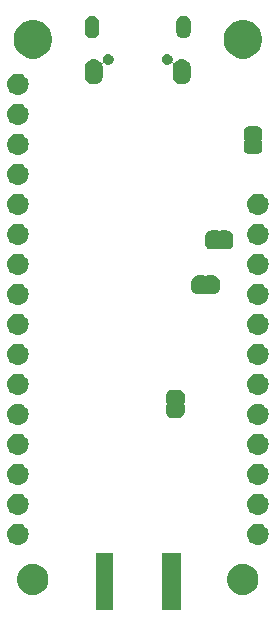
<source format=gbs>
G04 #@! TF.GenerationSoftware,KiCad,Pcbnew,(5.0.1-3-g963ef8bb5)*
G04 #@! TF.CreationDate,2019-02-28T22:02:17+01:00*
G04 #@! TF.ProjectId,TLM-breakout-v1,544C4D2D627265616B6F75742D76312E,1.0*
G04 #@! TF.SameCoordinates,Original*
G04 #@! TF.FileFunction,Soldermask,Bot*
G04 #@! TF.FilePolarity,Negative*
%FSLAX46Y46*%
G04 Gerber Fmt 4.6, Leading zero omitted, Abs format (unit mm)*
G04 Created by KiCad (PCBNEW (5.0.1-3-g963ef8bb5)) date 2019 February 28, Thursday 22:02:17*
%MOMM*%
%LPD*%
G01*
G04 APERTURE LIST*
%ADD10C,0.100000*%
G04 APERTURE END LIST*
D10*
G36*
X139516000Y-119391000D02*
X137914000Y-119391000D01*
X137914000Y-114589000D01*
X139516000Y-114589000D01*
X139516000Y-119391000D01*
X139516000Y-119391000D01*
G37*
G36*
X133791000Y-119391000D02*
X132339000Y-119391000D01*
X132339000Y-114589000D01*
X133791000Y-114589000D01*
X133791000Y-119391000D01*
X133791000Y-119391000D01*
G37*
G36*
X127300250Y-115548843D02*
X127385322Y-115565765D01*
X127455735Y-115594931D01*
X127625728Y-115665344D01*
X127842092Y-115809914D01*
X128026086Y-115993908D01*
X128170656Y-116210272D01*
X128270235Y-116450679D01*
X128321000Y-116705891D01*
X128321000Y-116966109D01*
X128270235Y-117221321D01*
X128170656Y-117461728D01*
X128026086Y-117678092D01*
X127842092Y-117862086D01*
X127625728Y-118006656D01*
X127455735Y-118077069D01*
X127385322Y-118106235D01*
X127300250Y-118123157D01*
X127130109Y-118157000D01*
X126869891Y-118157000D01*
X126699750Y-118123157D01*
X126614678Y-118106235D01*
X126544265Y-118077069D01*
X126374272Y-118006656D01*
X126157908Y-117862086D01*
X125973914Y-117678092D01*
X125829344Y-117461728D01*
X125729765Y-117221321D01*
X125679000Y-116966109D01*
X125679000Y-116705891D01*
X125729765Y-116450679D01*
X125829344Y-116210272D01*
X125973914Y-115993908D01*
X126157908Y-115809914D01*
X126374272Y-115665344D01*
X126544265Y-115594931D01*
X126614678Y-115565765D01*
X126699750Y-115548843D01*
X126869891Y-115515000D01*
X127130109Y-115515000D01*
X127300250Y-115548843D01*
X127300250Y-115548843D01*
G37*
G36*
X145080250Y-115548843D02*
X145165322Y-115565765D01*
X145235735Y-115594931D01*
X145405728Y-115665344D01*
X145622092Y-115809914D01*
X145806086Y-115993908D01*
X145950656Y-116210272D01*
X146050235Y-116450679D01*
X146101000Y-116705891D01*
X146101000Y-116966109D01*
X146050235Y-117221321D01*
X145950656Y-117461728D01*
X145806086Y-117678092D01*
X145622092Y-117862086D01*
X145405728Y-118006656D01*
X145235735Y-118077069D01*
X145165322Y-118106235D01*
X145080250Y-118123157D01*
X144910109Y-118157000D01*
X144649891Y-118157000D01*
X144479750Y-118123157D01*
X144394678Y-118106235D01*
X144324265Y-118077069D01*
X144154272Y-118006656D01*
X143937908Y-117862086D01*
X143753914Y-117678092D01*
X143609344Y-117461728D01*
X143509765Y-117221321D01*
X143459000Y-116966109D01*
X143459000Y-116705891D01*
X143509765Y-116450679D01*
X143609344Y-116210272D01*
X143753914Y-115993908D01*
X143937908Y-115809914D01*
X144154272Y-115665344D01*
X144324265Y-115594931D01*
X144394678Y-115565765D01*
X144479750Y-115548843D01*
X144649891Y-115515000D01*
X144910109Y-115515000D01*
X145080250Y-115548843D01*
X145080250Y-115548843D01*
G37*
G36*
X146160443Y-112131519D02*
X146226627Y-112138037D01*
X146339853Y-112172384D01*
X146396467Y-112189557D01*
X146535087Y-112263652D01*
X146552991Y-112273222D01*
X146588729Y-112302552D01*
X146690186Y-112385814D01*
X146773448Y-112487271D01*
X146802778Y-112523009D01*
X146802779Y-112523011D01*
X146886443Y-112679533D01*
X146886443Y-112679534D01*
X146937963Y-112849373D01*
X146955359Y-113026000D01*
X146937963Y-113202627D01*
X146903616Y-113315853D01*
X146886443Y-113372467D01*
X146812348Y-113511087D01*
X146802778Y-113528991D01*
X146773448Y-113564729D01*
X146690186Y-113666186D01*
X146588729Y-113749448D01*
X146552991Y-113778778D01*
X146552989Y-113778779D01*
X146396467Y-113862443D01*
X146339853Y-113879616D01*
X146226627Y-113913963D01*
X146160443Y-113920481D01*
X146094260Y-113927000D01*
X146005740Y-113927000D01*
X145939557Y-113920481D01*
X145873373Y-113913963D01*
X145760147Y-113879616D01*
X145703533Y-113862443D01*
X145547011Y-113778779D01*
X145547009Y-113778778D01*
X145511271Y-113749448D01*
X145409814Y-113666186D01*
X145326552Y-113564729D01*
X145297222Y-113528991D01*
X145287652Y-113511087D01*
X145213557Y-113372467D01*
X145196384Y-113315853D01*
X145162037Y-113202627D01*
X145144641Y-113026000D01*
X145162037Y-112849373D01*
X145213557Y-112679534D01*
X145213557Y-112679533D01*
X145297221Y-112523011D01*
X145297222Y-112523009D01*
X145326552Y-112487271D01*
X145409814Y-112385814D01*
X145511271Y-112302552D01*
X145547009Y-112273222D01*
X145564913Y-112263652D01*
X145703533Y-112189557D01*
X145760147Y-112172384D01*
X145873373Y-112138037D01*
X145939557Y-112131519D01*
X146005740Y-112125000D01*
X146094260Y-112125000D01*
X146160443Y-112131519D01*
X146160443Y-112131519D01*
G37*
G36*
X125840443Y-112131519D02*
X125906627Y-112138037D01*
X126019853Y-112172384D01*
X126076467Y-112189557D01*
X126215087Y-112263652D01*
X126232991Y-112273222D01*
X126268729Y-112302552D01*
X126370186Y-112385814D01*
X126453448Y-112487271D01*
X126482778Y-112523009D01*
X126482779Y-112523011D01*
X126566443Y-112679533D01*
X126566443Y-112679534D01*
X126617963Y-112849373D01*
X126635359Y-113026000D01*
X126617963Y-113202627D01*
X126583616Y-113315853D01*
X126566443Y-113372467D01*
X126492348Y-113511087D01*
X126482778Y-113528991D01*
X126453448Y-113564729D01*
X126370186Y-113666186D01*
X126268729Y-113749448D01*
X126232991Y-113778778D01*
X126232989Y-113778779D01*
X126076467Y-113862443D01*
X126019853Y-113879616D01*
X125906627Y-113913963D01*
X125840443Y-113920481D01*
X125774260Y-113927000D01*
X125685740Y-113927000D01*
X125619557Y-113920481D01*
X125553373Y-113913963D01*
X125440147Y-113879616D01*
X125383533Y-113862443D01*
X125227011Y-113778779D01*
X125227009Y-113778778D01*
X125191271Y-113749448D01*
X125089814Y-113666186D01*
X125006552Y-113564729D01*
X124977222Y-113528991D01*
X124967652Y-113511087D01*
X124893557Y-113372467D01*
X124876384Y-113315853D01*
X124842037Y-113202627D01*
X124824641Y-113026000D01*
X124842037Y-112849373D01*
X124893557Y-112679534D01*
X124893557Y-112679533D01*
X124977221Y-112523011D01*
X124977222Y-112523009D01*
X125006552Y-112487271D01*
X125089814Y-112385814D01*
X125191271Y-112302552D01*
X125227009Y-112273222D01*
X125244913Y-112263652D01*
X125383533Y-112189557D01*
X125440147Y-112172384D01*
X125553373Y-112138037D01*
X125619557Y-112131519D01*
X125685740Y-112125000D01*
X125774260Y-112125000D01*
X125840443Y-112131519D01*
X125840443Y-112131519D01*
G37*
G36*
X146160442Y-109591518D02*
X146226627Y-109598037D01*
X146339853Y-109632384D01*
X146396467Y-109649557D01*
X146535087Y-109723652D01*
X146552991Y-109733222D01*
X146588729Y-109762552D01*
X146690186Y-109845814D01*
X146773448Y-109947271D01*
X146802778Y-109983009D01*
X146802779Y-109983011D01*
X146886443Y-110139533D01*
X146886443Y-110139534D01*
X146937963Y-110309373D01*
X146955359Y-110486000D01*
X146937963Y-110662627D01*
X146903616Y-110775853D01*
X146886443Y-110832467D01*
X146812348Y-110971087D01*
X146802778Y-110988991D01*
X146773448Y-111024729D01*
X146690186Y-111126186D01*
X146588729Y-111209448D01*
X146552991Y-111238778D01*
X146552989Y-111238779D01*
X146396467Y-111322443D01*
X146339853Y-111339616D01*
X146226627Y-111373963D01*
X146160443Y-111380481D01*
X146094260Y-111387000D01*
X146005740Y-111387000D01*
X145939557Y-111380481D01*
X145873373Y-111373963D01*
X145760147Y-111339616D01*
X145703533Y-111322443D01*
X145547011Y-111238779D01*
X145547009Y-111238778D01*
X145511271Y-111209448D01*
X145409814Y-111126186D01*
X145326552Y-111024729D01*
X145297222Y-110988991D01*
X145287652Y-110971087D01*
X145213557Y-110832467D01*
X145196384Y-110775853D01*
X145162037Y-110662627D01*
X145144641Y-110486000D01*
X145162037Y-110309373D01*
X145213557Y-110139534D01*
X145213557Y-110139533D01*
X145297221Y-109983011D01*
X145297222Y-109983009D01*
X145326552Y-109947271D01*
X145409814Y-109845814D01*
X145511271Y-109762552D01*
X145547009Y-109733222D01*
X145564913Y-109723652D01*
X145703533Y-109649557D01*
X145760147Y-109632384D01*
X145873373Y-109598037D01*
X145939558Y-109591518D01*
X146005740Y-109585000D01*
X146094260Y-109585000D01*
X146160442Y-109591518D01*
X146160442Y-109591518D01*
G37*
G36*
X125840442Y-109591518D02*
X125906627Y-109598037D01*
X126019853Y-109632384D01*
X126076467Y-109649557D01*
X126215087Y-109723652D01*
X126232991Y-109733222D01*
X126268729Y-109762552D01*
X126370186Y-109845814D01*
X126453448Y-109947271D01*
X126482778Y-109983009D01*
X126482779Y-109983011D01*
X126566443Y-110139533D01*
X126566443Y-110139534D01*
X126617963Y-110309373D01*
X126635359Y-110486000D01*
X126617963Y-110662627D01*
X126583616Y-110775853D01*
X126566443Y-110832467D01*
X126492348Y-110971087D01*
X126482778Y-110988991D01*
X126453448Y-111024729D01*
X126370186Y-111126186D01*
X126268729Y-111209448D01*
X126232991Y-111238778D01*
X126232989Y-111238779D01*
X126076467Y-111322443D01*
X126019853Y-111339616D01*
X125906627Y-111373963D01*
X125840443Y-111380481D01*
X125774260Y-111387000D01*
X125685740Y-111387000D01*
X125619557Y-111380481D01*
X125553373Y-111373963D01*
X125440147Y-111339616D01*
X125383533Y-111322443D01*
X125227011Y-111238779D01*
X125227009Y-111238778D01*
X125191271Y-111209448D01*
X125089814Y-111126186D01*
X125006552Y-111024729D01*
X124977222Y-110988991D01*
X124967652Y-110971087D01*
X124893557Y-110832467D01*
X124876384Y-110775853D01*
X124842037Y-110662627D01*
X124824641Y-110486000D01*
X124842037Y-110309373D01*
X124893557Y-110139534D01*
X124893557Y-110139533D01*
X124977221Y-109983011D01*
X124977222Y-109983009D01*
X125006552Y-109947271D01*
X125089814Y-109845814D01*
X125191271Y-109762552D01*
X125227009Y-109733222D01*
X125244913Y-109723652D01*
X125383533Y-109649557D01*
X125440147Y-109632384D01*
X125553373Y-109598037D01*
X125619558Y-109591518D01*
X125685740Y-109585000D01*
X125774260Y-109585000D01*
X125840442Y-109591518D01*
X125840442Y-109591518D01*
G37*
G36*
X146160443Y-107051519D02*
X146226627Y-107058037D01*
X146339853Y-107092384D01*
X146396467Y-107109557D01*
X146535087Y-107183652D01*
X146552991Y-107193222D01*
X146588729Y-107222552D01*
X146690186Y-107305814D01*
X146773448Y-107407271D01*
X146802778Y-107443009D01*
X146802779Y-107443011D01*
X146886443Y-107599533D01*
X146886443Y-107599534D01*
X146937963Y-107769373D01*
X146955359Y-107946000D01*
X146937963Y-108122627D01*
X146903616Y-108235853D01*
X146886443Y-108292467D01*
X146812348Y-108431087D01*
X146802778Y-108448991D01*
X146773448Y-108484729D01*
X146690186Y-108586186D01*
X146588729Y-108669448D01*
X146552991Y-108698778D01*
X146552989Y-108698779D01*
X146396467Y-108782443D01*
X146339853Y-108799616D01*
X146226627Y-108833963D01*
X146160443Y-108840481D01*
X146094260Y-108847000D01*
X146005740Y-108847000D01*
X145939557Y-108840481D01*
X145873373Y-108833963D01*
X145760147Y-108799616D01*
X145703533Y-108782443D01*
X145547011Y-108698779D01*
X145547009Y-108698778D01*
X145511271Y-108669448D01*
X145409814Y-108586186D01*
X145326552Y-108484729D01*
X145297222Y-108448991D01*
X145287652Y-108431087D01*
X145213557Y-108292467D01*
X145196384Y-108235853D01*
X145162037Y-108122627D01*
X145144641Y-107946000D01*
X145162037Y-107769373D01*
X145213557Y-107599534D01*
X145213557Y-107599533D01*
X145297221Y-107443011D01*
X145297222Y-107443009D01*
X145326552Y-107407271D01*
X145409814Y-107305814D01*
X145511271Y-107222552D01*
X145547009Y-107193222D01*
X145564913Y-107183652D01*
X145703533Y-107109557D01*
X145760147Y-107092384D01*
X145873373Y-107058037D01*
X145939557Y-107051519D01*
X146005740Y-107045000D01*
X146094260Y-107045000D01*
X146160443Y-107051519D01*
X146160443Y-107051519D01*
G37*
G36*
X125840443Y-107051519D02*
X125906627Y-107058037D01*
X126019853Y-107092384D01*
X126076467Y-107109557D01*
X126215087Y-107183652D01*
X126232991Y-107193222D01*
X126268729Y-107222552D01*
X126370186Y-107305814D01*
X126453448Y-107407271D01*
X126482778Y-107443009D01*
X126482779Y-107443011D01*
X126566443Y-107599533D01*
X126566443Y-107599534D01*
X126617963Y-107769373D01*
X126635359Y-107946000D01*
X126617963Y-108122627D01*
X126583616Y-108235853D01*
X126566443Y-108292467D01*
X126492348Y-108431087D01*
X126482778Y-108448991D01*
X126453448Y-108484729D01*
X126370186Y-108586186D01*
X126268729Y-108669448D01*
X126232991Y-108698778D01*
X126232989Y-108698779D01*
X126076467Y-108782443D01*
X126019853Y-108799616D01*
X125906627Y-108833963D01*
X125840443Y-108840481D01*
X125774260Y-108847000D01*
X125685740Y-108847000D01*
X125619557Y-108840481D01*
X125553373Y-108833963D01*
X125440147Y-108799616D01*
X125383533Y-108782443D01*
X125227011Y-108698779D01*
X125227009Y-108698778D01*
X125191271Y-108669448D01*
X125089814Y-108586186D01*
X125006552Y-108484729D01*
X124977222Y-108448991D01*
X124967652Y-108431087D01*
X124893557Y-108292467D01*
X124876384Y-108235853D01*
X124842037Y-108122627D01*
X124824641Y-107946000D01*
X124842037Y-107769373D01*
X124893557Y-107599534D01*
X124893557Y-107599533D01*
X124977221Y-107443011D01*
X124977222Y-107443009D01*
X125006552Y-107407271D01*
X125089814Y-107305814D01*
X125191271Y-107222552D01*
X125227009Y-107193222D01*
X125244913Y-107183652D01*
X125383533Y-107109557D01*
X125440147Y-107092384D01*
X125553373Y-107058037D01*
X125619557Y-107051519D01*
X125685740Y-107045000D01*
X125774260Y-107045000D01*
X125840443Y-107051519D01*
X125840443Y-107051519D01*
G37*
G36*
X146160443Y-104511519D02*
X146226627Y-104518037D01*
X146339853Y-104552384D01*
X146396467Y-104569557D01*
X146535087Y-104643652D01*
X146552991Y-104653222D01*
X146588729Y-104682552D01*
X146690186Y-104765814D01*
X146773448Y-104867271D01*
X146802778Y-104903009D01*
X146802779Y-104903011D01*
X146886443Y-105059533D01*
X146886443Y-105059534D01*
X146937963Y-105229373D01*
X146955359Y-105406000D01*
X146937963Y-105582627D01*
X146903616Y-105695853D01*
X146886443Y-105752467D01*
X146812348Y-105891087D01*
X146802778Y-105908991D01*
X146773448Y-105944729D01*
X146690186Y-106046186D01*
X146588729Y-106129448D01*
X146552991Y-106158778D01*
X146552989Y-106158779D01*
X146396467Y-106242443D01*
X146339853Y-106259616D01*
X146226627Y-106293963D01*
X146160442Y-106300482D01*
X146094260Y-106307000D01*
X146005740Y-106307000D01*
X145939558Y-106300482D01*
X145873373Y-106293963D01*
X145760147Y-106259616D01*
X145703533Y-106242443D01*
X145547011Y-106158779D01*
X145547009Y-106158778D01*
X145511271Y-106129448D01*
X145409814Y-106046186D01*
X145326552Y-105944729D01*
X145297222Y-105908991D01*
X145287652Y-105891087D01*
X145213557Y-105752467D01*
X145196384Y-105695853D01*
X145162037Y-105582627D01*
X145144641Y-105406000D01*
X145162037Y-105229373D01*
X145213557Y-105059534D01*
X145213557Y-105059533D01*
X145297221Y-104903011D01*
X145297222Y-104903009D01*
X145326552Y-104867271D01*
X145409814Y-104765814D01*
X145511271Y-104682552D01*
X145547009Y-104653222D01*
X145564913Y-104643652D01*
X145703533Y-104569557D01*
X145760147Y-104552384D01*
X145873373Y-104518037D01*
X145939558Y-104511518D01*
X146005740Y-104505000D01*
X146094260Y-104505000D01*
X146160443Y-104511519D01*
X146160443Y-104511519D01*
G37*
G36*
X125840443Y-104511519D02*
X125906627Y-104518037D01*
X126019853Y-104552384D01*
X126076467Y-104569557D01*
X126215087Y-104643652D01*
X126232991Y-104653222D01*
X126268729Y-104682552D01*
X126370186Y-104765814D01*
X126453448Y-104867271D01*
X126482778Y-104903009D01*
X126482779Y-104903011D01*
X126566443Y-105059533D01*
X126566443Y-105059534D01*
X126617963Y-105229373D01*
X126635359Y-105406000D01*
X126617963Y-105582627D01*
X126583616Y-105695853D01*
X126566443Y-105752467D01*
X126492348Y-105891087D01*
X126482778Y-105908991D01*
X126453448Y-105944729D01*
X126370186Y-106046186D01*
X126268729Y-106129448D01*
X126232991Y-106158778D01*
X126232989Y-106158779D01*
X126076467Y-106242443D01*
X126019853Y-106259616D01*
X125906627Y-106293963D01*
X125840442Y-106300482D01*
X125774260Y-106307000D01*
X125685740Y-106307000D01*
X125619558Y-106300482D01*
X125553373Y-106293963D01*
X125440147Y-106259616D01*
X125383533Y-106242443D01*
X125227011Y-106158779D01*
X125227009Y-106158778D01*
X125191271Y-106129448D01*
X125089814Y-106046186D01*
X125006552Y-105944729D01*
X124977222Y-105908991D01*
X124967652Y-105891087D01*
X124893557Y-105752467D01*
X124876384Y-105695853D01*
X124842037Y-105582627D01*
X124824641Y-105406000D01*
X124842037Y-105229373D01*
X124893557Y-105059534D01*
X124893557Y-105059533D01*
X124977221Y-104903011D01*
X124977222Y-104903009D01*
X125006552Y-104867271D01*
X125089814Y-104765814D01*
X125191271Y-104682552D01*
X125227009Y-104653222D01*
X125244913Y-104643652D01*
X125383533Y-104569557D01*
X125440147Y-104552384D01*
X125553373Y-104518037D01*
X125619558Y-104511518D01*
X125685740Y-104505000D01*
X125774260Y-104505000D01*
X125840443Y-104511519D01*
X125840443Y-104511519D01*
G37*
G36*
X125840442Y-101971518D02*
X125906627Y-101978037D01*
X126019853Y-102012384D01*
X126076467Y-102029557D01*
X126158778Y-102073554D01*
X126232991Y-102113222D01*
X126268729Y-102142552D01*
X126370186Y-102225814D01*
X126453448Y-102327271D01*
X126482778Y-102363009D01*
X126482779Y-102363011D01*
X126566443Y-102519533D01*
X126566443Y-102519534D01*
X126617963Y-102689373D01*
X126635359Y-102866000D01*
X126617963Y-103042627D01*
X126600357Y-103100665D01*
X126566443Y-103212467D01*
X126492348Y-103351087D01*
X126482778Y-103368991D01*
X126453448Y-103404729D01*
X126370186Y-103506186D01*
X126268729Y-103589448D01*
X126232991Y-103618778D01*
X126232989Y-103618779D01*
X126076467Y-103702443D01*
X126019853Y-103719616D01*
X125906627Y-103753963D01*
X125840443Y-103760481D01*
X125774260Y-103767000D01*
X125685740Y-103767000D01*
X125619557Y-103760481D01*
X125553373Y-103753963D01*
X125440147Y-103719616D01*
X125383533Y-103702443D01*
X125227011Y-103618779D01*
X125227009Y-103618778D01*
X125191271Y-103589448D01*
X125089814Y-103506186D01*
X125006552Y-103404729D01*
X124977222Y-103368991D01*
X124967652Y-103351087D01*
X124893557Y-103212467D01*
X124859643Y-103100665D01*
X124842037Y-103042627D01*
X124824641Y-102866000D01*
X124842037Y-102689373D01*
X124893557Y-102519534D01*
X124893557Y-102519533D01*
X124977221Y-102363011D01*
X124977222Y-102363009D01*
X125006552Y-102327271D01*
X125089814Y-102225814D01*
X125191271Y-102142552D01*
X125227009Y-102113222D01*
X125301222Y-102073554D01*
X125383533Y-102029557D01*
X125440147Y-102012384D01*
X125553373Y-101978037D01*
X125619558Y-101971518D01*
X125685740Y-101965000D01*
X125774260Y-101965000D01*
X125840442Y-101971518D01*
X125840442Y-101971518D01*
G37*
G36*
X146160442Y-101971518D02*
X146226627Y-101978037D01*
X146339853Y-102012384D01*
X146396467Y-102029557D01*
X146478778Y-102073554D01*
X146552991Y-102113222D01*
X146588729Y-102142552D01*
X146690186Y-102225814D01*
X146773448Y-102327271D01*
X146802778Y-102363009D01*
X146802779Y-102363011D01*
X146886443Y-102519533D01*
X146886443Y-102519534D01*
X146937963Y-102689373D01*
X146955359Y-102866000D01*
X146937963Y-103042627D01*
X146920357Y-103100665D01*
X146886443Y-103212467D01*
X146812348Y-103351087D01*
X146802778Y-103368991D01*
X146773448Y-103404729D01*
X146690186Y-103506186D01*
X146588729Y-103589448D01*
X146552991Y-103618778D01*
X146552989Y-103618779D01*
X146396467Y-103702443D01*
X146339853Y-103719616D01*
X146226627Y-103753963D01*
X146160443Y-103760481D01*
X146094260Y-103767000D01*
X146005740Y-103767000D01*
X145939557Y-103760481D01*
X145873373Y-103753963D01*
X145760147Y-103719616D01*
X145703533Y-103702443D01*
X145547011Y-103618779D01*
X145547009Y-103618778D01*
X145511271Y-103589448D01*
X145409814Y-103506186D01*
X145326552Y-103404729D01*
X145297222Y-103368991D01*
X145287652Y-103351087D01*
X145213557Y-103212467D01*
X145179643Y-103100665D01*
X145162037Y-103042627D01*
X145144641Y-102866000D01*
X145162037Y-102689373D01*
X145213557Y-102519534D01*
X145213557Y-102519533D01*
X145297221Y-102363011D01*
X145297222Y-102363009D01*
X145326552Y-102327271D01*
X145409814Y-102225814D01*
X145511271Y-102142552D01*
X145547009Y-102113222D01*
X145621222Y-102073554D01*
X145703533Y-102029557D01*
X145760147Y-102012384D01*
X145873373Y-101978037D01*
X145939558Y-101971518D01*
X146005740Y-101965000D01*
X146094260Y-101965000D01*
X146160442Y-101971518D01*
X146160442Y-101971518D01*
G37*
G36*
X139322198Y-100769954D02*
X139334450Y-100770556D01*
X139352869Y-100770556D01*
X139375149Y-100772750D01*
X139459236Y-100789476D01*
X139480655Y-100795974D01*
X139559871Y-100828785D01*
X139579607Y-100839335D01*
X139650897Y-100886969D01*
X139668208Y-100901176D01*
X139728824Y-100961792D01*
X139743031Y-100979103D01*
X139790665Y-101050393D01*
X139801215Y-101070129D01*
X139834026Y-101149345D01*
X139840524Y-101170764D01*
X139857250Y-101254851D01*
X139859444Y-101277131D01*
X139859444Y-101295550D01*
X139860046Y-101307802D01*
X139861852Y-101326140D01*
X139861852Y-101813860D01*
X139860263Y-101829999D01*
X139857347Y-101839611D01*
X139852612Y-101848469D01*
X139846237Y-101856237D01*
X139833798Y-101866446D01*
X139823432Y-101873372D01*
X139806105Y-101890698D01*
X139792490Y-101911073D01*
X139783112Y-101933711D01*
X139778331Y-101957745D01*
X139778331Y-101982249D01*
X139783111Y-102006283D01*
X139792487Y-102028922D01*
X139806101Y-102049297D01*
X139823427Y-102066624D01*
X139833796Y-102073552D01*
X139846237Y-102083763D01*
X139852612Y-102091531D01*
X139857347Y-102100389D01*
X139860263Y-102110001D01*
X139861852Y-102126140D01*
X139861852Y-102613861D01*
X139860046Y-102632198D01*
X139859444Y-102644450D01*
X139859444Y-102662869D01*
X139857250Y-102685149D01*
X139840524Y-102769236D01*
X139834026Y-102790655D01*
X139801215Y-102869871D01*
X139790665Y-102889607D01*
X139743031Y-102960897D01*
X139728824Y-102978208D01*
X139668208Y-103038824D01*
X139650897Y-103053031D01*
X139579607Y-103100665D01*
X139559871Y-103111215D01*
X139480655Y-103144026D01*
X139459236Y-103150524D01*
X139375149Y-103167250D01*
X139352869Y-103169444D01*
X139334450Y-103169444D01*
X139322198Y-103170046D01*
X139303861Y-103171852D01*
X138816139Y-103171852D01*
X138797802Y-103170046D01*
X138785550Y-103169444D01*
X138767131Y-103169444D01*
X138744851Y-103167250D01*
X138660764Y-103150524D01*
X138639345Y-103144026D01*
X138560129Y-103111215D01*
X138540393Y-103100665D01*
X138469103Y-103053031D01*
X138451792Y-103038824D01*
X138391176Y-102978208D01*
X138376969Y-102960897D01*
X138329335Y-102889607D01*
X138318785Y-102869871D01*
X138285974Y-102790655D01*
X138279476Y-102769236D01*
X138262750Y-102685149D01*
X138260556Y-102662869D01*
X138260556Y-102644450D01*
X138259954Y-102632198D01*
X138258148Y-102613861D01*
X138258148Y-102126140D01*
X138259737Y-102110001D01*
X138262653Y-102100389D01*
X138267388Y-102091531D01*
X138273763Y-102083763D01*
X138286202Y-102073554D01*
X138296568Y-102066628D01*
X138313895Y-102049302D01*
X138327510Y-102028927D01*
X138336888Y-102006289D01*
X138341669Y-101982255D01*
X138341669Y-101957751D01*
X138336889Y-101933717D01*
X138327513Y-101911078D01*
X138313899Y-101890703D01*
X138296573Y-101873376D01*
X138286204Y-101866448D01*
X138273763Y-101856237D01*
X138267388Y-101848469D01*
X138262653Y-101839611D01*
X138259737Y-101829999D01*
X138258148Y-101813860D01*
X138258148Y-101326140D01*
X138259954Y-101307802D01*
X138260556Y-101295550D01*
X138260556Y-101277131D01*
X138262750Y-101254851D01*
X138279476Y-101170764D01*
X138285974Y-101149345D01*
X138318785Y-101070129D01*
X138329335Y-101050393D01*
X138376969Y-100979103D01*
X138391176Y-100961792D01*
X138451792Y-100901176D01*
X138469103Y-100886969D01*
X138540393Y-100839335D01*
X138560129Y-100828785D01*
X138639345Y-100795974D01*
X138660764Y-100789476D01*
X138744851Y-100772750D01*
X138767131Y-100770556D01*
X138785550Y-100770556D01*
X138797802Y-100769954D01*
X138816140Y-100768148D01*
X139303860Y-100768148D01*
X139322198Y-100769954D01*
X139322198Y-100769954D01*
G37*
G36*
X125840443Y-99431519D02*
X125906627Y-99438037D01*
X126019853Y-99472384D01*
X126076467Y-99489557D01*
X126215087Y-99563652D01*
X126232991Y-99573222D01*
X126268729Y-99602552D01*
X126370186Y-99685814D01*
X126453448Y-99787271D01*
X126482778Y-99823009D01*
X126482779Y-99823011D01*
X126566443Y-99979533D01*
X126566443Y-99979534D01*
X126617963Y-100149373D01*
X126635359Y-100326000D01*
X126617963Y-100502627D01*
X126583616Y-100615853D01*
X126566443Y-100672467D01*
X126513689Y-100771161D01*
X126482778Y-100828991D01*
X126453448Y-100864729D01*
X126370186Y-100966186D01*
X126268729Y-101049448D01*
X126232991Y-101078778D01*
X126232989Y-101078779D01*
X126076467Y-101162443D01*
X126019853Y-101179616D01*
X125906627Y-101213963D01*
X125840443Y-101220481D01*
X125774260Y-101227000D01*
X125685740Y-101227000D01*
X125619557Y-101220481D01*
X125553373Y-101213963D01*
X125440147Y-101179616D01*
X125383533Y-101162443D01*
X125227011Y-101078779D01*
X125227009Y-101078778D01*
X125191271Y-101049448D01*
X125089814Y-100966186D01*
X125006552Y-100864729D01*
X124977222Y-100828991D01*
X124946311Y-100771161D01*
X124893557Y-100672467D01*
X124876384Y-100615853D01*
X124842037Y-100502627D01*
X124824641Y-100326000D01*
X124842037Y-100149373D01*
X124893557Y-99979534D01*
X124893557Y-99979533D01*
X124977221Y-99823011D01*
X124977222Y-99823009D01*
X125006552Y-99787271D01*
X125089814Y-99685814D01*
X125191271Y-99602552D01*
X125227009Y-99573222D01*
X125244913Y-99563652D01*
X125383533Y-99489557D01*
X125440147Y-99472384D01*
X125553373Y-99438037D01*
X125619558Y-99431518D01*
X125685740Y-99425000D01*
X125774260Y-99425000D01*
X125840443Y-99431519D01*
X125840443Y-99431519D01*
G37*
G36*
X146160443Y-99431519D02*
X146226627Y-99438037D01*
X146339853Y-99472384D01*
X146396467Y-99489557D01*
X146535087Y-99563652D01*
X146552991Y-99573222D01*
X146588729Y-99602552D01*
X146690186Y-99685814D01*
X146773448Y-99787271D01*
X146802778Y-99823009D01*
X146802779Y-99823011D01*
X146886443Y-99979533D01*
X146886443Y-99979534D01*
X146937963Y-100149373D01*
X146955359Y-100326000D01*
X146937963Y-100502627D01*
X146903616Y-100615853D01*
X146886443Y-100672467D01*
X146833689Y-100771161D01*
X146802778Y-100828991D01*
X146773448Y-100864729D01*
X146690186Y-100966186D01*
X146588729Y-101049448D01*
X146552991Y-101078778D01*
X146552989Y-101078779D01*
X146396467Y-101162443D01*
X146339853Y-101179616D01*
X146226627Y-101213963D01*
X146160443Y-101220481D01*
X146094260Y-101227000D01*
X146005740Y-101227000D01*
X145939557Y-101220481D01*
X145873373Y-101213963D01*
X145760147Y-101179616D01*
X145703533Y-101162443D01*
X145547011Y-101078779D01*
X145547009Y-101078778D01*
X145511271Y-101049448D01*
X145409814Y-100966186D01*
X145326552Y-100864729D01*
X145297222Y-100828991D01*
X145266311Y-100771161D01*
X145213557Y-100672467D01*
X145196384Y-100615853D01*
X145162037Y-100502627D01*
X145144641Y-100326000D01*
X145162037Y-100149373D01*
X145213557Y-99979534D01*
X145213557Y-99979533D01*
X145297221Y-99823011D01*
X145297222Y-99823009D01*
X145326552Y-99787271D01*
X145409814Y-99685814D01*
X145511271Y-99602552D01*
X145547009Y-99573222D01*
X145564913Y-99563652D01*
X145703533Y-99489557D01*
X145760147Y-99472384D01*
X145873373Y-99438037D01*
X145939558Y-99431518D01*
X146005740Y-99425000D01*
X146094260Y-99425000D01*
X146160443Y-99431519D01*
X146160443Y-99431519D01*
G37*
G36*
X125840442Y-96891518D02*
X125906627Y-96898037D01*
X126019853Y-96932384D01*
X126076467Y-96949557D01*
X126215087Y-97023652D01*
X126232991Y-97033222D01*
X126268729Y-97062552D01*
X126370186Y-97145814D01*
X126453448Y-97247271D01*
X126482778Y-97283009D01*
X126482779Y-97283011D01*
X126566443Y-97439533D01*
X126566443Y-97439534D01*
X126617963Y-97609373D01*
X126635359Y-97786000D01*
X126617963Y-97962627D01*
X126583616Y-98075853D01*
X126566443Y-98132467D01*
X126492348Y-98271087D01*
X126482778Y-98288991D01*
X126453448Y-98324729D01*
X126370186Y-98426186D01*
X126268729Y-98509448D01*
X126232991Y-98538778D01*
X126232989Y-98538779D01*
X126076467Y-98622443D01*
X126019853Y-98639616D01*
X125906627Y-98673963D01*
X125840442Y-98680482D01*
X125774260Y-98687000D01*
X125685740Y-98687000D01*
X125619558Y-98680482D01*
X125553373Y-98673963D01*
X125440147Y-98639616D01*
X125383533Y-98622443D01*
X125227011Y-98538779D01*
X125227009Y-98538778D01*
X125191271Y-98509448D01*
X125089814Y-98426186D01*
X125006552Y-98324729D01*
X124977222Y-98288991D01*
X124967652Y-98271087D01*
X124893557Y-98132467D01*
X124876384Y-98075853D01*
X124842037Y-97962627D01*
X124824641Y-97786000D01*
X124842037Y-97609373D01*
X124893557Y-97439534D01*
X124893557Y-97439533D01*
X124977221Y-97283011D01*
X124977222Y-97283009D01*
X125006552Y-97247271D01*
X125089814Y-97145814D01*
X125191271Y-97062552D01*
X125227009Y-97033222D01*
X125244913Y-97023652D01*
X125383533Y-96949557D01*
X125440147Y-96932384D01*
X125553373Y-96898037D01*
X125619558Y-96891518D01*
X125685740Y-96885000D01*
X125774260Y-96885000D01*
X125840442Y-96891518D01*
X125840442Y-96891518D01*
G37*
G36*
X146160442Y-96891518D02*
X146226627Y-96898037D01*
X146339853Y-96932384D01*
X146396467Y-96949557D01*
X146535087Y-97023652D01*
X146552991Y-97033222D01*
X146588729Y-97062552D01*
X146690186Y-97145814D01*
X146773448Y-97247271D01*
X146802778Y-97283009D01*
X146802779Y-97283011D01*
X146886443Y-97439533D01*
X146886443Y-97439534D01*
X146937963Y-97609373D01*
X146955359Y-97786000D01*
X146937963Y-97962627D01*
X146903616Y-98075853D01*
X146886443Y-98132467D01*
X146812348Y-98271087D01*
X146802778Y-98288991D01*
X146773448Y-98324729D01*
X146690186Y-98426186D01*
X146588729Y-98509448D01*
X146552991Y-98538778D01*
X146552989Y-98538779D01*
X146396467Y-98622443D01*
X146339853Y-98639616D01*
X146226627Y-98673963D01*
X146160442Y-98680482D01*
X146094260Y-98687000D01*
X146005740Y-98687000D01*
X145939558Y-98680482D01*
X145873373Y-98673963D01*
X145760147Y-98639616D01*
X145703533Y-98622443D01*
X145547011Y-98538779D01*
X145547009Y-98538778D01*
X145511271Y-98509448D01*
X145409814Y-98426186D01*
X145326552Y-98324729D01*
X145297222Y-98288991D01*
X145287652Y-98271087D01*
X145213557Y-98132467D01*
X145196384Y-98075853D01*
X145162037Y-97962627D01*
X145144641Y-97786000D01*
X145162037Y-97609373D01*
X145213557Y-97439534D01*
X145213557Y-97439533D01*
X145297221Y-97283011D01*
X145297222Y-97283009D01*
X145326552Y-97247271D01*
X145409814Y-97145814D01*
X145511271Y-97062552D01*
X145547009Y-97033222D01*
X145564913Y-97023652D01*
X145703533Y-96949557D01*
X145760147Y-96932384D01*
X145873373Y-96898037D01*
X145939558Y-96891518D01*
X146005740Y-96885000D01*
X146094260Y-96885000D01*
X146160442Y-96891518D01*
X146160442Y-96891518D01*
G37*
G36*
X146160443Y-94351519D02*
X146226627Y-94358037D01*
X146339853Y-94392384D01*
X146396467Y-94409557D01*
X146535087Y-94483652D01*
X146552991Y-94493222D01*
X146588729Y-94522552D01*
X146690186Y-94605814D01*
X146773448Y-94707271D01*
X146802778Y-94743009D01*
X146802779Y-94743011D01*
X146886443Y-94899533D01*
X146886443Y-94899534D01*
X146937963Y-95069373D01*
X146955359Y-95246000D01*
X146937963Y-95422627D01*
X146903616Y-95535853D01*
X146886443Y-95592467D01*
X146812348Y-95731087D01*
X146802778Y-95748991D01*
X146773448Y-95784729D01*
X146690186Y-95886186D01*
X146588729Y-95969448D01*
X146552991Y-95998778D01*
X146552989Y-95998779D01*
X146396467Y-96082443D01*
X146339853Y-96099616D01*
X146226627Y-96133963D01*
X146160442Y-96140482D01*
X146094260Y-96147000D01*
X146005740Y-96147000D01*
X145939558Y-96140482D01*
X145873373Y-96133963D01*
X145760147Y-96099616D01*
X145703533Y-96082443D01*
X145547011Y-95998779D01*
X145547009Y-95998778D01*
X145511271Y-95969448D01*
X145409814Y-95886186D01*
X145326552Y-95784729D01*
X145297222Y-95748991D01*
X145287652Y-95731087D01*
X145213557Y-95592467D01*
X145196384Y-95535853D01*
X145162037Y-95422627D01*
X145144641Y-95246000D01*
X145162037Y-95069373D01*
X145213557Y-94899534D01*
X145213557Y-94899533D01*
X145297221Y-94743011D01*
X145297222Y-94743009D01*
X145326552Y-94707271D01*
X145409814Y-94605814D01*
X145511271Y-94522552D01*
X145547009Y-94493222D01*
X145564913Y-94483652D01*
X145703533Y-94409557D01*
X145760147Y-94392384D01*
X145873373Y-94358037D01*
X145939557Y-94351519D01*
X146005740Y-94345000D01*
X146094260Y-94345000D01*
X146160443Y-94351519D01*
X146160443Y-94351519D01*
G37*
G36*
X125840443Y-94351519D02*
X125906627Y-94358037D01*
X126019853Y-94392384D01*
X126076467Y-94409557D01*
X126215087Y-94483652D01*
X126232991Y-94493222D01*
X126268729Y-94522552D01*
X126370186Y-94605814D01*
X126453448Y-94707271D01*
X126482778Y-94743009D01*
X126482779Y-94743011D01*
X126566443Y-94899533D01*
X126566443Y-94899534D01*
X126617963Y-95069373D01*
X126635359Y-95246000D01*
X126617963Y-95422627D01*
X126583616Y-95535853D01*
X126566443Y-95592467D01*
X126492348Y-95731087D01*
X126482778Y-95748991D01*
X126453448Y-95784729D01*
X126370186Y-95886186D01*
X126268729Y-95969448D01*
X126232991Y-95998778D01*
X126232989Y-95998779D01*
X126076467Y-96082443D01*
X126019853Y-96099616D01*
X125906627Y-96133963D01*
X125840442Y-96140482D01*
X125774260Y-96147000D01*
X125685740Y-96147000D01*
X125619558Y-96140482D01*
X125553373Y-96133963D01*
X125440147Y-96099616D01*
X125383533Y-96082443D01*
X125227011Y-95998779D01*
X125227009Y-95998778D01*
X125191271Y-95969448D01*
X125089814Y-95886186D01*
X125006552Y-95784729D01*
X124977222Y-95748991D01*
X124967652Y-95731087D01*
X124893557Y-95592467D01*
X124876384Y-95535853D01*
X124842037Y-95422627D01*
X124824641Y-95246000D01*
X124842037Y-95069373D01*
X124893557Y-94899534D01*
X124893557Y-94899533D01*
X124977221Y-94743011D01*
X124977222Y-94743009D01*
X125006552Y-94707271D01*
X125089814Y-94605814D01*
X125191271Y-94522552D01*
X125227009Y-94493222D01*
X125244913Y-94483652D01*
X125383533Y-94409557D01*
X125440147Y-94392384D01*
X125553373Y-94358037D01*
X125619557Y-94351519D01*
X125685740Y-94345000D01*
X125774260Y-94345000D01*
X125840443Y-94351519D01*
X125840443Y-94351519D01*
G37*
G36*
X125840442Y-91811518D02*
X125906627Y-91818037D01*
X126019853Y-91852384D01*
X126076467Y-91869557D01*
X126215087Y-91943652D01*
X126232991Y-91953222D01*
X126268729Y-91982552D01*
X126370186Y-92065814D01*
X126447480Y-92159998D01*
X126482778Y-92203009D01*
X126482779Y-92203011D01*
X126566443Y-92359533D01*
X126566443Y-92359534D01*
X126617963Y-92529373D01*
X126635359Y-92706000D01*
X126617963Y-92882627D01*
X126583616Y-92995853D01*
X126566443Y-93052467D01*
X126492348Y-93191087D01*
X126482778Y-93208991D01*
X126453448Y-93244729D01*
X126370186Y-93346186D01*
X126268729Y-93429448D01*
X126232991Y-93458778D01*
X126232989Y-93458779D01*
X126076467Y-93542443D01*
X126019853Y-93559616D01*
X125906627Y-93593963D01*
X125840442Y-93600482D01*
X125774260Y-93607000D01*
X125685740Y-93607000D01*
X125619557Y-93600481D01*
X125553373Y-93593963D01*
X125440147Y-93559616D01*
X125383533Y-93542443D01*
X125227011Y-93458779D01*
X125227009Y-93458778D01*
X125191271Y-93429448D01*
X125089814Y-93346186D01*
X125006552Y-93244729D01*
X124977222Y-93208991D01*
X124967652Y-93191087D01*
X124893557Y-93052467D01*
X124876384Y-92995853D01*
X124842037Y-92882627D01*
X124824641Y-92706000D01*
X124842037Y-92529373D01*
X124893557Y-92359534D01*
X124893557Y-92359533D01*
X124977221Y-92203011D01*
X124977222Y-92203009D01*
X125012520Y-92159998D01*
X125089814Y-92065814D01*
X125191271Y-91982552D01*
X125227009Y-91953222D01*
X125244913Y-91943652D01*
X125383533Y-91869557D01*
X125440147Y-91852384D01*
X125553373Y-91818037D01*
X125619558Y-91811518D01*
X125685740Y-91805000D01*
X125774260Y-91805000D01*
X125840442Y-91811518D01*
X125840442Y-91811518D01*
G37*
G36*
X146160442Y-91811518D02*
X146226627Y-91818037D01*
X146339853Y-91852384D01*
X146396467Y-91869557D01*
X146535087Y-91943652D01*
X146552991Y-91953222D01*
X146588729Y-91982552D01*
X146690186Y-92065814D01*
X146767480Y-92159998D01*
X146802778Y-92203009D01*
X146802779Y-92203011D01*
X146886443Y-92359533D01*
X146886443Y-92359534D01*
X146937963Y-92529373D01*
X146955359Y-92706000D01*
X146937963Y-92882627D01*
X146903616Y-92995853D01*
X146886443Y-93052467D01*
X146812348Y-93191087D01*
X146802778Y-93208991D01*
X146773448Y-93244729D01*
X146690186Y-93346186D01*
X146588729Y-93429448D01*
X146552991Y-93458778D01*
X146552989Y-93458779D01*
X146396467Y-93542443D01*
X146339853Y-93559616D01*
X146226627Y-93593963D01*
X146160442Y-93600482D01*
X146094260Y-93607000D01*
X146005740Y-93607000D01*
X145939557Y-93600481D01*
X145873373Y-93593963D01*
X145760147Y-93559616D01*
X145703533Y-93542443D01*
X145547011Y-93458779D01*
X145547009Y-93458778D01*
X145511271Y-93429448D01*
X145409814Y-93346186D01*
X145326552Y-93244729D01*
X145297222Y-93208991D01*
X145287652Y-93191087D01*
X145213557Y-93052467D01*
X145196384Y-92995853D01*
X145162037Y-92882627D01*
X145144641Y-92706000D01*
X145162037Y-92529373D01*
X145213557Y-92359534D01*
X145213557Y-92359533D01*
X145297221Y-92203011D01*
X145297222Y-92203009D01*
X145332520Y-92159998D01*
X145409814Y-92065814D01*
X145511271Y-91982552D01*
X145547009Y-91953222D01*
X145564913Y-91943652D01*
X145703533Y-91869557D01*
X145760147Y-91852384D01*
X145873373Y-91818037D01*
X145939557Y-91811519D01*
X146005740Y-91805000D01*
X146094260Y-91805000D01*
X146160442Y-91811518D01*
X146160442Y-91811518D01*
G37*
G36*
X141484999Y-91099737D02*
X141494611Y-91102653D01*
X141503469Y-91107388D01*
X141511237Y-91113763D01*
X141521446Y-91126202D01*
X141528372Y-91136568D01*
X141545698Y-91153895D01*
X141566073Y-91167510D01*
X141588711Y-91176888D01*
X141612745Y-91181669D01*
X141637249Y-91181669D01*
X141661283Y-91176889D01*
X141683922Y-91167513D01*
X141704297Y-91153899D01*
X141721624Y-91136573D01*
X141728552Y-91126204D01*
X141738763Y-91113763D01*
X141746531Y-91107388D01*
X141755389Y-91102653D01*
X141765001Y-91099737D01*
X141781140Y-91098148D01*
X142268860Y-91098148D01*
X142287198Y-91099954D01*
X142299450Y-91100556D01*
X142317869Y-91100556D01*
X142340149Y-91102750D01*
X142424236Y-91119476D01*
X142445655Y-91125974D01*
X142524871Y-91158785D01*
X142544607Y-91169335D01*
X142615897Y-91216969D01*
X142633208Y-91231176D01*
X142693824Y-91291792D01*
X142708031Y-91309103D01*
X142755665Y-91380393D01*
X142766215Y-91400129D01*
X142799026Y-91479345D01*
X142805524Y-91500764D01*
X142822250Y-91584851D01*
X142824444Y-91607131D01*
X142824444Y-91625550D01*
X142825046Y-91637802D01*
X142826852Y-91656140D01*
X142826852Y-92143861D01*
X142825046Y-92162198D01*
X142824444Y-92174450D01*
X142824444Y-92192869D01*
X142822250Y-92215149D01*
X142805524Y-92299236D01*
X142799026Y-92320655D01*
X142766215Y-92399871D01*
X142755665Y-92419607D01*
X142708031Y-92490897D01*
X142693824Y-92508208D01*
X142633208Y-92568824D01*
X142615897Y-92583031D01*
X142544607Y-92630665D01*
X142524871Y-92641215D01*
X142445655Y-92674026D01*
X142424236Y-92680524D01*
X142340149Y-92697250D01*
X142317869Y-92699444D01*
X142299450Y-92699444D01*
X142287198Y-92700046D01*
X142268861Y-92701852D01*
X141781140Y-92701852D01*
X141765001Y-92700263D01*
X141755389Y-92697347D01*
X141746531Y-92692612D01*
X141738763Y-92686237D01*
X141728554Y-92673798D01*
X141721628Y-92663432D01*
X141704302Y-92646105D01*
X141683927Y-92632490D01*
X141661289Y-92623112D01*
X141637255Y-92618331D01*
X141612751Y-92618331D01*
X141588717Y-92623111D01*
X141566078Y-92632487D01*
X141545703Y-92646101D01*
X141528376Y-92663427D01*
X141521448Y-92673796D01*
X141511237Y-92686237D01*
X141503469Y-92692612D01*
X141494611Y-92697347D01*
X141484999Y-92700263D01*
X141468860Y-92701852D01*
X140981139Y-92701852D01*
X140962802Y-92700046D01*
X140950550Y-92699444D01*
X140932131Y-92699444D01*
X140909851Y-92697250D01*
X140825764Y-92680524D01*
X140804345Y-92674026D01*
X140725129Y-92641215D01*
X140705393Y-92630665D01*
X140634103Y-92583031D01*
X140616792Y-92568824D01*
X140556176Y-92508208D01*
X140541969Y-92490897D01*
X140494335Y-92419607D01*
X140483785Y-92399871D01*
X140450974Y-92320655D01*
X140444476Y-92299236D01*
X140427750Y-92215149D01*
X140425556Y-92192869D01*
X140425556Y-92174450D01*
X140424954Y-92162198D01*
X140423148Y-92143861D01*
X140423148Y-91656140D01*
X140424954Y-91637802D01*
X140425556Y-91625550D01*
X140425556Y-91607131D01*
X140427750Y-91584851D01*
X140444476Y-91500764D01*
X140450974Y-91479345D01*
X140483785Y-91400129D01*
X140494335Y-91380393D01*
X140541969Y-91309103D01*
X140556176Y-91291792D01*
X140616792Y-91231176D01*
X140634103Y-91216969D01*
X140705393Y-91169335D01*
X140725129Y-91158785D01*
X140804345Y-91125974D01*
X140825764Y-91119476D01*
X140909851Y-91102750D01*
X140932131Y-91100556D01*
X140950550Y-91100556D01*
X140962802Y-91099954D01*
X140981140Y-91098148D01*
X141468860Y-91098148D01*
X141484999Y-91099737D01*
X141484999Y-91099737D01*
G37*
G36*
X146160443Y-89271519D02*
X146226627Y-89278037D01*
X146339853Y-89312384D01*
X146396467Y-89329557D01*
X146535087Y-89403652D01*
X146552991Y-89413222D01*
X146588729Y-89442552D01*
X146690186Y-89525814D01*
X146773448Y-89627271D01*
X146802778Y-89663009D01*
X146802779Y-89663011D01*
X146886443Y-89819533D01*
X146886443Y-89819534D01*
X146937963Y-89989373D01*
X146955359Y-90166000D01*
X146937963Y-90342627D01*
X146903616Y-90455853D01*
X146886443Y-90512467D01*
X146812348Y-90651087D01*
X146802778Y-90668991D01*
X146773448Y-90704729D01*
X146690186Y-90806186D01*
X146588729Y-90889448D01*
X146552991Y-90918778D01*
X146552989Y-90918779D01*
X146396467Y-91002443D01*
X146339853Y-91019616D01*
X146226627Y-91053963D01*
X146160442Y-91060482D01*
X146094260Y-91067000D01*
X146005740Y-91067000D01*
X145939558Y-91060482D01*
X145873373Y-91053963D01*
X145760147Y-91019616D01*
X145703533Y-91002443D01*
X145547011Y-90918779D01*
X145547009Y-90918778D01*
X145511271Y-90889448D01*
X145409814Y-90806186D01*
X145326552Y-90704729D01*
X145297222Y-90668991D01*
X145287652Y-90651087D01*
X145213557Y-90512467D01*
X145196384Y-90455853D01*
X145162037Y-90342627D01*
X145144641Y-90166000D01*
X145162037Y-89989373D01*
X145213557Y-89819534D01*
X145213557Y-89819533D01*
X145297221Y-89663011D01*
X145297222Y-89663009D01*
X145326552Y-89627271D01*
X145409814Y-89525814D01*
X145511271Y-89442552D01*
X145547009Y-89413222D01*
X145564913Y-89403652D01*
X145703533Y-89329557D01*
X145760147Y-89312384D01*
X145873373Y-89278037D01*
X145939557Y-89271519D01*
X146005740Y-89265000D01*
X146094260Y-89265000D01*
X146160443Y-89271519D01*
X146160443Y-89271519D01*
G37*
G36*
X125840443Y-89271519D02*
X125906627Y-89278037D01*
X126019853Y-89312384D01*
X126076467Y-89329557D01*
X126215087Y-89403652D01*
X126232991Y-89413222D01*
X126268729Y-89442552D01*
X126370186Y-89525814D01*
X126453448Y-89627271D01*
X126482778Y-89663009D01*
X126482779Y-89663011D01*
X126566443Y-89819533D01*
X126566443Y-89819534D01*
X126617963Y-89989373D01*
X126635359Y-90166000D01*
X126617963Y-90342627D01*
X126583616Y-90455853D01*
X126566443Y-90512467D01*
X126492348Y-90651087D01*
X126482778Y-90668991D01*
X126453448Y-90704729D01*
X126370186Y-90806186D01*
X126268729Y-90889448D01*
X126232991Y-90918778D01*
X126232989Y-90918779D01*
X126076467Y-91002443D01*
X126019853Y-91019616D01*
X125906627Y-91053963D01*
X125840442Y-91060482D01*
X125774260Y-91067000D01*
X125685740Y-91067000D01*
X125619558Y-91060482D01*
X125553373Y-91053963D01*
X125440147Y-91019616D01*
X125383533Y-91002443D01*
X125227011Y-90918779D01*
X125227009Y-90918778D01*
X125191271Y-90889448D01*
X125089814Y-90806186D01*
X125006552Y-90704729D01*
X124977222Y-90668991D01*
X124967652Y-90651087D01*
X124893557Y-90512467D01*
X124876384Y-90455853D01*
X124842037Y-90342627D01*
X124824641Y-90166000D01*
X124842037Y-89989373D01*
X124893557Y-89819534D01*
X124893557Y-89819533D01*
X124977221Y-89663011D01*
X124977222Y-89663009D01*
X125006552Y-89627271D01*
X125089814Y-89525814D01*
X125191271Y-89442552D01*
X125227009Y-89413222D01*
X125244913Y-89403652D01*
X125383533Y-89329557D01*
X125440147Y-89312384D01*
X125553373Y-89278037D01*
X125619557Y-89271519D01*
X125685740Y-89265000D01*
X125774260Y-89265000D01*
X125840443Y-89271519D01*
X125840443Y-89271519D01*
G37*
G36*
X142634999Y-87299737D02*
X142644611Y-87302653D01*
X142653469Y-87307388D01*
X142661237Y-87313763D01*
X142671446Y-87326202D01*
X142678372Y-87336568D01*
X142695698Y-87353895D01*
X142716073Y-87367510D01*
X142738711Y-87376888D01*
X142762745Y-87381669D01*
X142787249Y-87381669D01*
X142811283Y-87376889D01*
X142833922Y-87367513D01*
X142854297Y-87353899D01*
X142871624Y-87336573D01*
X142878552Y-87326204D01*
X142888763Y-87313763D01*
X142896531Y-87307388D01*
X142905389Y-87302653D01*
X142915001Y-87299737D01*
X142931140Y-87298148D01*
X143418860Y-87298148D01*
X143437198Y-87299954D01*
X143449450Y-87300556D01*
X143467869Y-87300556D01*
X143490149Y-87302750D01*
X143574236Y-87319476D01*
X143595655Y-87325974D01*
X143674871Y-87358785D01*
X143694607Y-87369335D01*
X143765897Y-87416969D01*
X143783208Y-87431176D01*
X143843824Y-87491792D01*
X143858031Y-87509103D01*
X143905665Y-87580393D01*
X143916215Y-87600129D01*
X143949026Y-87679345D01*
X143955524Y-87700764D01*
X143972250Y-87784851D01*
X143974444Y-87807131D01*
X143974444Y-87825550D01*
X143975046Y-87837802D01*
X143976852Y-87856140D01*
X143976852Y-88343861D01*
X143975046Y-88362198D01*
X143974444Y-88374450D01*
X143974444Y-88392869D01*
X143972250Y-88415149D01*
X143955524Y-88499236D01*
X143949026Y-88520655D01*
X143916215Y-88599871D01*
X143905665Y-88619607D01*
X143858031Y-88690897D01*
X143843824Y-88708208D01*
X143783208Y-88768824D01*
X143765897Y-88783031D01*
X143694607Y-88830665D01*
X143674871Y-88841215D01*
X143595655Y-88874026D01*
X143574236Y-88880524D01*
X143490149Y-88897250D01*
X143467869Y-88899444D01*
X143449450Y-88899444D01*
X143437198Y-88900046D01*
X143418861Y-88901852D01*
X142931140Y-88901852D01*
X142915001Y-88900263D01*
X142905389Y-88897347D01*
X142896531Y-88892612D01*
X142888763Y-88886237D01*
X142878554Y-88873798D01*
X142871628Y-88863432D01*
X142854302Y-88846105D01*
X142833927Y-88832490D01*
X142811289Y-88823112D01*
X142787255Y-88818331D01*
X142762751Y-88818331D01*
X142738717Y-88823111D01*
X142716078Y-88832487D01*
X142695703Y-88846101D01*
X142678376Y-88863427D01*
X142671448Y-88873796D01*
X142661237Y-88886237D01*
X142653469Y-88892612D01*
X142644611Y-88897347D01*
X142634999Y-88900263D01*
X142618860Y-88901852D01*
X142131139Y-88901852D01*
X142112802Y-88900046D01*
X142100550Y-88899444D01*
X142082131Y-88899444D01*
X142059851Y-88897250D01*
X141975764Y-88880524D01*
X141954345Y-88874026D01*
X141875129Y-88841215D01*
X141855393Y-88830665D01*
X141784103Y-88783031D01*
X141766792Y-88768824D01*
X141706176Y-88708208D01*
X141691969Y-88690897D01*
X141644335Y-88619607D01*
X141633785Y-88599871D01*
X141600974Y-88520655D01*
X141594476Y-88499236D01*
X141577750Y-88415149D01*
X141575556Y-88392869D01*
X141575556Y-88374450D01*
X141574954Y-88362198D01*
X141573148Y-88343861D01*
X141573148Y-87856140D01*
X141574954Y-87837802D01*
X141575556Y-87825550D01*
X141575556Y-87807131D01*
X141577750Y-87784851D01*
X141594476Y-87700764D01*
X141600974Y-87679345D01*
X141633785Y-87600129D01*
X141644335Y-87580393D01*
X141691969Y-87509103D01*
X141706176Y-87491792D01*
X141766792Y-87431176D01*
X141784103Y-87416969D01*
X141855393Y-87369335D01*
X141875129Y-87358785D01*
X141954345Y-87325974D01*
X141975764Y-87319476D01*
X142059851Y-87302750D01*
X142082131Y-87300556D01*
X142100550Y-87300556D01*
X142112802Y-87299954D01*
X142131140Y-87298148D01*
X142618860Y-87298148D01*
X142634999Y-87299737D01*
X142634999Y-87299737D01*
G37*
G36*
X146160442Y-86731518D02*
X146226627Y-86738037D01*
X146339853Y-86772384D01*
X146396467Y-86789557D01*
X146535087Y-86863652D01*
X146552991Y-86873222D01*
X146588729Y-86902552D01*
X146690186Y-86985814D01*
X146773448Y-87087271D01*
X146802778Y-87123009D01*
X146802779Y-87123011D01*
X146886443Y-87279533D01*
X146894893Y-87307390D01*
X146937963Y-87449373D01*
X146955359Y-87626000D01*
X146937963Y-87802627D01*
X146921730Y-87856140D01*
X146886443Y-87972467D01*
X146812348Y-88111087D01*
X146802778Y-88128991D01*
X146773448Y-88164729D01*
X146690186Y-88266186D01*
X146595537Y-88343861D01*
X146552991Y-88378778D01*
X146552989Y-88378779D01*
X146396467Y-88462443D01*
X146339853Y-88479616D01*
X146226627Y-88513963D01*
X146160442Y-88520482D01*
X146094260Y-88527000D01*
X146005740Y-88527000D01*
X145939558Y-88520482D01*
X145873373Y-88513963D01*
X145760147Y-88479616D01*
X145703533Y-88462443D01*
X145547011Y-88378779D01*
X145547009Y-88378778D01*
X145504463Y-88343861D01*
X145409814Y-88266186D01*
X145326552Y-88164729D01*
X145297222Y-88128991D01*
X145287652Y-88111087D01*
X145213557Y-87972467D01*
X145178270Y-87856140D01*
X145162037Y-87802627D01*
X145144641Y-87626000D01*
X145162037Y-87449373D01*
X145205107Y-87307390D01*
X145213557Y-87279533D01*
X145297221Y-87123011D01*
X145297222Y-87123009D01*
X145326552Y-87087271D01*
X145409814Y-86985814D01*
X145511271Y-86902552D01*
X145547009Y-86873222D01*
X145564913Y-86863652D01*
X145703533Y-86789557D01*
X145760147Y-86772384D01*
X145873373Y-86738037D01*
X145939558Y-86731518D01*
X146005740Y-86725000D01*
X146094260Y-86725000D01*
X146160442Y-86731518D01*
X146160442Y-86731518D01*
G37*
G36*
X125840442Y-86731518D02*
X125906627Y-86738037D01*
X126019853Y-86772384D01*
X126076467Y-86789557D01*
X126215087Y-86863652D01*
X126232991Y-86873222D01*
X126268729Y-86902552D01*
X126370186Y-86985814D01*
X126453448Y-87087271D01*
X126482778Y-87123009D01*
X126482779Y-87123011D01*
X126566443Y-87279533D01*
X126574893Y-87307390D01*
X126617963Y-87449373D01*
X126635359Y-87626000D01*
X126617963Y-87802627D01*
X126601730Y-87856140D01*
X126566443Y-87972467D01*
X126492348Y-88111087D01*
X126482778Y-88128991D01*
X126453448Y-88164729D01*
X126370186Y-88266186D01*
X126275537Y-88343861D01*
X126232991Y-88378778D01*
X126232989Y-88378779D01*
X126076467Y-88462443D01*
X126019853Y-88479616D01*
X125906627Y-88513963D01*
X125840442Y-88520482D01*
X125774260Y-88527000D01*
X125685740Y-88527000D01*
X125619558Y-88520482D01*
X125553373Y-88513963D01*
X125440147Y-88479616D01*
X125383533Y-88462443D01*
X125227011Y-88378779D01*
X125227009Y-88378778D01*
X125184463Y-88343861D01*
X125089814Y-88266186D01*
X125006552Y-88164729D01*
X124977222Y-88128991D01*
X124967652Y-88111087D01*
X124893557Y-87972467D01*
X124858270Y-87856140D01*
X124842037Y-87802627D01*
X124824641Y-87626000D01*
X124842037Y-87449373D01*
X124885107Y-87307390D01*
X124893557Y-87279533D01*
X124977221Y-87123011D01*
X124977222Y-87123009D01*
X125006552Y-87087271D01*
X125089814Y-86985814D01*
X125191271Y-86902552D01*
X125227009Y-86873222D01*
X125244913Y-86863652D01*
X125383533Y-86789557D01*
X125440147Y-86772384D01*
X125553373Y-86738037D01*
X125619558Y-86731518D01*
X125685740Y-86725000D01*
X125774260Y-86725000D01*
X125840442Y-86731518D01*
X125840442Y-86731518D01*
G37*
G36*
X125840442Y-84191518D02*
X125906627Y-84198037D01*
X126019853Y-84232384D01*
X126076467Y-84249557D01*
X126215087Y-84323652D01*
X126232991Y-84333222D01*
X126268729Y-84362552D01*
X126370186Y-84445814D01*
X126453448Y-84547271D01*
X126482778Y-84583009D01*
X126482779Y-84583011D01*
X126566443Y-84739533D01*
X126566443Y-84739534D01*
X126617963Y-84909373D01*
X126635359Y-85086000D01*
X126617963Y-85262627D01*
X126583616Y-85375853D01*
X126566443Y-85432467D01*
X126492348Y-85571087D01*
X126482778Y-85588991D01*
X126453448Y-85624729D01*
X126370186Y-85726186D01*
X126268729Y-85809448D01*
X126232991Y-85838778D01*
X126232989Y-85838779D01*
X126076467Y-85922443D01*
X126019853Y-85939616D01*
X125906627Y-85973963D01*
X125840442Y-85980482D01*
X125774260Y-85987000D01*
X125685740Y-85987000D01*
X125619558Y-85980482D01*
X125553373Y-85973963D01*
X125440147Y-85939616D01*
X125383533Y-85922443D01*
X125227011Y-85838779D01*
X125227009Y-85838778D01*
X125191271Y-85809448D01*
X125089814Y-85726186D01*
X125006552Y-85624729D01*
X124977222Y-85588991D01*
X124967652Y-85571087D01*
X124893557Y-85432467D01*
X124876384Y-85375853D01*
X124842037Y-85262627D01*
X124824641Y-85086000D01*
X124842037Y-84909373D01*
X124893557Y-84739534D01*
X124893557Y-84739533D01*
X124977221Y-84583011D01*
X124977222Y-84583009D01*
X125006552Y-84547271D01*
X125089814Y-84445814D01*
X125191271Y-84362552D01*
X125227009Y-84333222D01*
X125244913Y-84323652D01*
X125383533Y-84249557D01*
X125440147Y-84232384D01*
X125553373Y-84198037D01*
X125619558Y-84191518D01*
X125685740Y-84185000D01*
X125774260Y-84185000D01*
X125840442Y-84191518D01*
X125840442Y-84191518D01*
G37*
G36*
X146160442Y-84191518D02*
X146226627Y-84198037D01*
X146339853Y-84232384D01*
X146396467Y-84249557D01*
X146535087Y-84323652D01*
X146552991Y-84333222D01*
X146588729Y-84362552D01*
X146690186Y-84445814D01*
X146773448Y-84547271D01*
X146802778Y-84583009D01*
X146802779Y-84583011D01*
X146886443Y-84739533D01*
X146886443Y-84739534D01*
X146937963Y-84909373D01*
X146955359Y-85086000D01*
X146937963Y-85262627D01*
X146903616Y-85375853D01*
X146886443Y-85432467D01*
X146812348Y-85571087D01*
X146802778Y-85588991D01*
X146773448Y-85624729D01*
X146690186Y-85726186D01*
X146588729Y-85809448D01*
X146552991Y-85838778D01*
X146552989Y-85838779D01*
X146396467Y-85922443D01*
X146339853Y-85939616D01*
X146226627Y-85973963D01*
X146160442Y-85980482D01*
X146094260Y-85987000D01*
X146005740Y-85987000D01*
X145939558Y-85980482D01*
X145873373Y-85973963D01*
X145760147Y-85939616D01*
X145703533Y-85922443D01*
X145547011Y-85838779D01*
X145547009Y-85838778D01*
X145511271Y-85809448D01*
X145409814Y-85726186D01*
X145326552Y-85624729D01*
X145297222Y-85588991D01*
X145287652Y-85571087D01*
X145213557Y-85432467D01*
X145196384Y-85375853D01*
X145162037Y-85262627D01*
X145144641Y-85086000D01*
X145162037Y-84909373D01*
X145213557Y-84739534D01*
X145213557Y-84739533D01*
X145297221Y-84583011D01*
X145297222Y-84583009D01*
X145326552Y-84547271D01*
X145409814Y-84445814D01*
X145511271Y-84362552D01*
X145547009Y-84333222D01*
X145564913Y-84323652D01*
X145703533Y-84249557D01*
X145760147Y-84232384D01*
X145873373Y-84198037D01*
X145939558Y-84191518D01*
X146005740Y-84185000D01*
X146094260Y-84185000D01*
X146160442Y-84191518D01*
X146160442Y-84191518D01*
G37*
G36*
X125840442Y-81651518D02*
X125906627Y-81658037D01*
X126019853Y-81692384D01*
X126076467Y-81709557D01*
X126215087Y-81783652D01*
X126232991Y-81793222D01*
X126268729Y-81822552D01*
X126370186Y-81905814D01*
X126453448Y-82007271D01*
X126482778Y-82043009D01*
X126482779Y-82043011D01*
X126566443Y-82199533D01*
X126566443Y-82199534D01*
X126617963Y-82369373D01*
X126635359Y-82546000D01*
X126617963Y-82722627D01*
X126583616Y-82835853D01*
X126566443Y-82892467D01*
X126492348Y-83031087D01*
X126482778Y-83048991D01*
X126453448Y-83084729D01*
X126370186Y-83186186D01*
X126268729Y-83269448D01*
X126232991Y-83298778D01*
X126232989Y-83298779D01*
X126076467Y-83382443D01*
X126019853Y-83399616D01*
X125906627Y-83433963D01*
X125840443Y-83440481D01*
X125774260Y-83447000D01*
X125685740Y-83447000D01*
X125619557Y-83440481D01*
X125553373Y-83433963D01*
X125440147Y-83399616D01*
X125383533Y-83382443D01*
X125227011Y-83298779D01*
X125227009Y-83298778D01*
X125191271Y-83269448D01*
X125089814Y-83186186D01*
X125006552Y-83084729D01*
X124977222Y-83048991D01*
X124967652Y-83031087D01*
X124893557Y-82892467D01*
X124876384Y-82835853D01*
X124842037Y-82722627D01*
X124824641Y-82546000D01*
X124842037Y-82369373D01*
X124893557Y-82199534D01*
X124893557Y-82199533D01*
X124977221Y-82043011D01*
X124977222Y-82043009D01*
X125006552Y-82007271D01*
X125089814Y-81905814D01*
X125191271Y-81822552D01*
X125227009Y-81793222D01*
X125244913Y-81783652D01*
X125383533Y-81709557D01*
X125440147Y-81692384D01*
X125553373Y-81658037D01*
X125619558Y-81651518D01*
X125685740Y-81645000D01*
X125774260Y-81645000D01*
X125840442Y-81651518D01*
X125840442Y-81651518D01*
G37*
G36*
X125840443Y-79111519D02*
X125906627Y-79118037D01*
X126019853Y-79152384D01*
X126076467Y-79169557D01*
X126215087Y-79243652D01*
X126232991Y-79253222D01*
X126268729Y-79282552D01*
X126370186Y-79365814D01*
X126453448Y-79467271D01*
X126482778Y-79503009D01*
X126482779Y-79503011D01*
X126566443Y-79659533D01*
X126574557Y-79686283D01*
X126617963Y-79829373D01*
X126635359Y-80006000D01*
X126617963Y-80182627D01*
X126584221Y-80293861D01*
X126566443Y-80352467D01*
X126562947Y-80359007D01*
X126482778Y-80508991D01*
X126453448Y-80544729D01*
X126370186Y-80646186D01*
X126281675Y-80718824D01*
X126232991Y-80758778D01*
X126232989Y-80758779D01*
X126076467Y-80842443D01*
X126045449Y-80851852D01*
X125906627Y-80893963D01*
X125840442Y-80900482D01*
X125774260Y-80907000D01*
X125685740Y-80907000D01*
X125619558Y-80900482D01*
X125553373Y-80893963D01*
X125414551Y-80851852D01*
X125383533Y-80842443D01*
X125227011Y-80758779D01*
X125227009Y-80758778D01*
X125178325Y-80718824D01*
X125089814Y-80646186D01*
X125006552Y-80544729D01*
X124977222Y-80508991D01*
X124897053Y-80359007D01*
X124893557Y-80352467D01*
X124875779Y-80293861D01*
X124842037Y-80182627D01*
X124824641Y-80006000D01*
X124842037Y-79829373D01*
X124885443Y-79686283D01*
X124893557Y-79659533D01*
X124977221Y-79503011D01*
X124977222Y-79503009D01*
X125006552Y-79467271D01*
X125089814Y-79365814D01*
X125191271Y-79282552D01*
X125227009Y-79253222D01*
X125244913Y-79243652D01*
X125383533Y-79169557D01*
X125440147Y-79152384D01*
X125553373Y-79118037D01*
X125619557Y-79111519D01*
X125685740Y-79105000D01*
X125774260Y-79105000D01*
X125840443Y-79111519D01*
X125840443Y-79111519D01*
G37*
G36*
X145902198Y-78449954D02*
X145914450Y-78450556D01*
X145932869Y-78450556D01*
X145955149Y-78452750D01*
X146039236Y-78469476D01*
X146060655Y-78475974D01*
X146139871Y-78508785D01*
X146159607Y-78519335D01*
X146230897Y-78566969D01*
X146248208Y-78581176D01*
X146308824Y-78641792D01*
X146323031Y-78659103D01*
X146370665Y-78730393D01*
X146381215Y-78750129D01*
X146414026Y-78829345D01*
X146420524Y-78850764D01*
X146437250Y-78934851D01*
X146439444Y-78957131D01*
X146439444Y-78975550D01*
X146440046Y-78987802D01*
X146441852Y-79006140D01*
X146441852Y-79493860D01*
X146440263Y-79509999D01*
X146437347Y-79519611D01*
X146432612Y-79528469D01*
X146426237Y-79536237D01*
X146413798Y-79546446D01*
X146403432Y-79553372D01*
X146386105Y-79570698D01*
X146372490Y-79591073D01*
X146363112Y-79613711D01*
X146358331Y-79637745D01*
X146358331Y-79662249D01*
X146363111Y-79686283D01*
X146372487Y-79708922D01*
X146386101Y-79729297D01*
X146403427Y-79746624D01*
X146413796Y-79753552D01*
X146426237Y-79763763D01*
X146432612Y-79771531D01*
X146437347Y-79780389D01*
X146440263Y-79790001D01*
X146441852Y-79806140D01*
X146441852Y-80293861D01*
X146440046Y-80312198D01*
X146439444Y-80324450D01*
X146439444Y-80342869D01*
X146437250Y-80365149D01*
X146420524Y-80449236D01*
X146414026Y-80470655D01*
X146381215Y-80549871D01*
X146370665Y-80569607D01*
X146323031Y-80640897D01*
X146308824Y-80658208D01*
X146248208Y-80718824D01*
X146230897Y-80733031D01*
X146159607Y-80780665D01*
X146139871Y-80791215D01*
X146060655Y-80824026D01*
X146039236Y-80830524D01*
X145955149Y-80847250D01*
X145932869Y-80849444D01*
X145914450Y-80849444D01*
X145902198Y-80850046D01*
X145883861Y-80851852D01*
X145396139Y-80851852D01*
X145377802Y-80850046D01*
X145365550Y-80849444D01*
X145347131Y-80849444D01*
X145324851Y-80847250D01*
X145240764Y-80830524D01*
X145219345Y-80824026D01*
X145140129Y-80791215D01*
X145120393Y-80780665D01*
X145049103Y-80733031D01*
X145031792Y-80718824D01*
X144971176Y-80658208D01*
X144956969Y-80640897D01*
X144909335Y-80569607D01*
X144898785Y-80549871D01*
X144865974Y-80470655D01*
X144859476Y-80449236D01*
X144842750Y-80365149D01*
X144840556Y-80342869D01*
X144840556Y-80324450D01*
X144839954Y-80312198D01*
X144838148Y-80293861D01*
X144838148Y-79806140D01*
X144839737Y-79790001D01*
X144842653Y-79780389D01*
X144847388Y-79771531D01*
X144853763Y-79763763D01*
X144866202Y-79753554D01*
X144876568Y-79746628D01*
X144893895Y-79729302D01*
X144907510Y-79708927D01*
X144916888Y-79686289D01*
X144921669Y-79662255D01*
X144921669Y-79637751D01*
X144916889Y-79613717D01*
X144907513Y-79591078D01*
X144893899Y-79570703D01*
X144876573Y-79553376D01*
X144866204Y-79546448D01*
X144853763Y-79536237D01*
X144847388Y-79528469D01*
X144842653Y-79519611D01*
X144839737Y-79509999D01*
X144838148Y-79493860D01*
X144838148Y-79006140D01*
X144839954Y-78987802D01*
X144840556Y-78975550D01*
X144840556Y-78957131D01*
X144842750Y-78934851D01*
X144859476Y-78850764D01*
X144865974Y-78829345D01*
X144898785Y-78750129D01*
X144909335Y-78730393D01*
X144956969Y-78659103D01*
X144971176Y-78641792D01*
X145031792Y-78581176D01*
X145049103Y-78566969D01*
X145120393Y-78519335D01*
X145140129Y-78508785D01*
X145219345Y-78475974D01*
X145240764Y-78469476D01*
X145324851Y-78452750D01*
X145347131Y-78450556D01*
X145365550Y-78450556D01*
X145377802Y-78449954D01*
X145396140Y-78448148D01*
X145883860Y-78448148D01*
X145902198Y-78449954D01*
X145902198Y-78449954D01*
G37*
G36*
X125840442Y-76571518D02*
X125906627Y-76578037D01*
X126019853Y-76612384D01*
X126076467Y-76629557D01*
X126215087Y-76703652D01*
X126232991Y-76713222D01*
X126268729Y-76742552D01*
X126370186Y-76825814D01*
X126453448Y-76927271D01*
X126482778Y-76963009D01*
X126482779Y-76963011D01*
X126566443Y-77119533D01*
X126566443Y-77119534D01*
X126617963Y-77289373D01*
X126635359Y-77466000D01*
X126617963Y-77642627D01*
X126583616Y-77755853D01*
X126566443Y-77812467D01*
X126492348Y-77951087D01*
X126482778Y-77968991D01*
X126453448Y-78004729D01*
X126370186Y-78106186D01*
X126268729Y-78189448D01*
X126232991Y-78218778D01*
X126232989Y-78218779D01*
X126076467Y-78302443D01*
X126019853Y-78319616D01*
X125906627Y-78353963D01*
X125840443Y-78360481D01*
X125774260Y-78367000D01*
X125685740Y-78367000D01*
X125619557Y-78360481D01*
X125553373Y-78353963D01*
X125440147Y-78319616D01*
X125383533Y-78302443D01*
X125227011Y-78218779D01*
X125227009Y-78218778D01*
X125191271Y-78189448D01*
X125089814Y-78106186D01*
X125006552Y-78004729D01*
X124977222Y-77968991D01*
X124967652Y-77951087D01*
X124893557Y-77812467D01*
X124876384Y-77755853D01*
X124842037Y-77642627D01*
X124824641Y-77466000D01*
X124842037Y-77289373D01*
X124893557Y-77119534D01*
X124893557Y-77119533D01*
X124977221Y-76963011D01*
X124977222Y-76963009D01*
X125006552Y-76927271D01*
X125089814Y-76825814D01*
X125191271Y-76742552D01*
X125227009Y-76713222D01*
X125244913Y-76703652D01*
X125383533Y-76629557D01*
X125440147Y-76612384D01*
X125553373Y-76578037D01*
X125619558Y-76571518D01*
X125685740Y-76565000D01*
X125774260Y-76565000D01*
X125840442Y-76571518D01*
X125840442Y-76571518D01*
G37*
G36*
X125840442Y-74031518D02*
X125906627Y-74038037D01*
X126019853Y-74072384D01*
X126076467Y-74089557D01*
X126215087Y-74163652D01*
X126232991Y-74173222D01*
X126268729Y-74202552D01*
X126370186Y-74285814D01*
X126453448Y-74387271D01*
X126482778Y-74423009D01*
X126482779Y-74423011D01*
X126566443Y-74579533D01*
X126566443Y-74579534D01*
X126617963Y-74749373D01*
X126635359Y-74926000D01*
X126617963Y-75102627D01*
X126583616Y-75215853D01*
X126566443Y-75272467D01*
X126492348Y-75411087D01*
X126482778Y-75428991D01*
X126453448Y-75464729D01*
X126370186Y-75566186D01*
X126268729Y-75649448D01*
X126232991Y-75678778D01*
X126232989Y-75678779D01*
X126076467Y-75762443D01*
X126019853Y-75779616D01*
X125906627Y-75813963D01*
X125840442Y-75820482D01*
X125774260Y-75827000D01*
X125685740Y-75827000D01*
X125619558Y-75820482D01*
X125553373Y-75813963D01*
X125440147Y-75779616D01*
X125383533Y-75762443D01*
X125227011Y-75678779D01*
X125227009Y-75678778D01*
X125191271Y-75649448D01*
X125089814Y-75566186D01*
X125006552Y-75464729D01*
X124977222Y-75428991D01*
X124967652Y-75411087D01*
X124893557Y-75272467D01*
X124876384Y-75215853D01*
X124842037Y-75102627D01*
X124824641Y-74926000D01*
X124842037Y-74749373D01*
X124893557Y-74579534D01*
X124893557Y-74579533D01*
X124977221Y-74423011D01*
X124977222Y-74423009D01*
X125006552Y-74387271D01*
X125089814Y-74285814D01*
X125191271Y-74202552D01*
X125227009Y-74173222D01*
X125244913Y-74163652D01*
X125383533Y-74089557D01*
X125440147Y-74072384D01*
X125553373Y-74038037D01*
X125619558Y-74031518D01*
X125685740Y-74025000D01*
X125774260Y-74025000D01*
X125840442Y-74031518D01*
X125840442Y-74031518D01*
G37*
G36*
X133478413Y-72364525D02*
X133553456Y-72387290D01*
X133563425Y-72390314D01*
X133641774Y-72432193D01*
X133710448Y-72488552D01*
X133766807Y-72557226D01*
X133808686Y-72635575D01*
X133808687Y-72635579D01*
X133834475Y-72720587D01*
X133843182Y-72809000D01*
X133834475Y-72897413D01*
X133817455Y-72953518D01*
X133808686Y-72982425D01*
X133766807Y-73060774D01*
X133710448Y-73129448D01*
X133641774Y-73185807D01*
X133563425Y-73227686D01*
X133553456Y-73230710D01*
X133478413Y-73253475D01*
X133412158Y-73260000D01*
X133367842Y-73260000D01*
X133301587Y-73253475D01*
X133226544Y-73230710D01*
X133216575Y-73227686D01*
X133163265Y-73199191D01*
X133138225Y-73185807D01*
X133099687Y-73154179D01*
X133078571Y-73136850D01*
X133058202Y-73123239D01*
X133035563Y-73113862D01*
X133011529Y-73109081D01*
X132987025Y-73109081D01*
X132962992Y-73113861D01*
X132940352Y-73123238D01*
X132919978Y-73136852D01*
X132902650Y-73154179D01*
X132889036Y-73174553D01*
X132879659Y-73197192D01*
X132874878Y-73221226D01*
X132874878Y-73245730D01*
X132879658Y-73269763D01*
X132883157Y-73278212D01*
X132885398Y-73285599D01*
X132885399Y-73285601D01*
X132923727Y-73411953D01*
X132929772Y-73431881D01*
X132941000Y-73545882D01*
X132941000Y-74172118D01*
X132929772Y-74286119D01*
X132929771Y-74286121D01*
X132929771Y-74286122D01*
X132888247Y-74423011D01*
X132885398Y-74432401D01*
X132813341Y-74567210D01*
X132716369Y-74685369D01*
X132598209Y-74782341D01*
X132598207Y-74782342D01*
X132463398Y-74854399D01*
X132344351Y-74890511D01*
X132317118Y-74898772D01*
X132165000Y-74913754D01*
X132012881Y-74898772D01*
X131985648Y-74890511D01*
X131866601Y-74854399D01*
X131731792Y-74782342D01*
X131731790Y-74782341D01*
X131613631Y-74685369D01*
X131516659Y-74567209D01*
X131444602Y-74432400D01*
X131400228Y-74286118D01*
X131389000Y-74172117D01*
X131389000Y-73545882D01*
X131400228Y-73431881D01*
X131444602Y-73285599D01*
X131516660Y-73150790D01*
X131613632Y-73032631D01*
X131731791Y-72935659D01*
X131866600Y-72863602D01*
X131866602Y-72863601D01*
X132012879Y-72819229D01*
X132012882Y-72819228D01*
X132165000Y-72804246D01*
X132317119Y-72819228D01*
X132317122Y-72819229D01*
X132463399Y-72863601D01*
X132463401Y-72863602D01*
X132598210Y-72935659D01*
X132679114Y-73002056D01*
X132716367Y-73032629D01*
X132716370Y-73032632D01*
X132746304Y-73069105D01*
X132763631Y-73086432D01*
X132784006Y-73100046D01*
X132806645Y-73109423D01*
X132830678Y-73114203D01*
X132855183Y-73114203D01*
X132879216Y-73109422D01*
X132901855Y-73100044D01*
X132922229Y-73086430D01*
X132939556Y-73069103D01*
X132953170Y-73048728D01*
X132962547Y-73026089D01*
X132967327Y-73002056D01*
X132967327Y-72977551D01*
X132962547Y-72953524D01*
X132956167Y-72932489D01*
X132945525Y-72897411D01*
X132936818Y-72809000D01*
X132945525Y-72720587D01*
X132971313Y-72635579D01*
X132971314Y-72635575D01*
X133013193Y-72557226D01*
X133069552Y-72488552D01*
X133138226Y-72432193D01*
X133216575Y-72390314D01*
X133226544Y-72387290D01*
X133301587Y-72364525D01*
X133367842Y-72358000D01*
X133412158Y-72358000D01*
X133478413Y-72364525D01*
X133478413Y-72364525D01*
G37*
G36*
X138478413Y-72364525D02*
X138553456Y-72387290D01*
X138563425Y-72390314D01*
X138641774Y-72432193D01*
X138710448Y-72488552D01*
X138766807Y-72557226D01*
X138808686Y-72635575D01*
X138808687Y-72635579D01*
X138834475Y-72720587D01*
X138843182Y-72809000D01*
X138834475Y-72897413D01*
X138817454Y-72953521D01*
X138812673Y-72977554D01*
X138812673Y-73002058D01*
X138817453Y-73026092D01*
X138826830Y-73048731D01*
X138840444Y-73069106D01*
X138857771Y-73086433D01*
X138878146Y-73100047D01*
X138900785Y-73109424D01*
X138924818Y-73114205D01*
X138949322Y-73114205D01*
X138973356Y-73109425D01*
X138995995Y-73100048D01*
X139016370Y-73086434D01*
X139033698Y-73069106D01*
X139063632Y-73032631D01*
X139063634Y-73032629D01*
X139181791Y-72935659D01*
X139316600Y-72863602D01*
X139316602Y-72863601D01*
X139462879Y-72819229D01*
X139462882Y-72819228D01*
X139615000Y-72804246D01*
X139767119Y-72819228D01*
X139767122Y-72819229D01*
X139913399Y-72863601D01*
X139913401Y-72863602D01*
X140048210Y-72935659D01*
X140166369Y-73032631D01*
X140263341Y-73150790D01*
X140335398Y-73285599D01*
X140379772Y-73431881D01*
X140391000Y-73545882D01*
X140391000Y-74172118D01*
X140379772Y-74286119D01*
X140379771Y-74286121D01*
X140379771Y-74286122D01*
X140338247Y-74423011D01*
X140335398Y-74432401D01*
X140263341Y-74567210D01*
X140166369Y-74685369D01*
X140048209Y-74782341D01*
X140048207Y-74782342D01*
X139913398Y-74854399D01*
X139794351Y-74890511D01*
X139767118Y-74898772D01*
X139615000Y-74913754D01*
X139462881Y-74898772D01*
X139435648Y-74890511D01*
X139316601Y-74854399D01*
X139181792Y-74782342D01*
X139181790Y-74782341D01*
X139063631Y-74685369D01*
X138966659Y-74567209D01*
X138894602Y-74432400D01*
X138850228Y-74286118D01*
X138839000Y-74172117D01*
X138839000Y-73545882D01*
X138850228Y-73431881D01*
X138896844Y-73278208D01*
X138900345Y-73269754D01*
X138905123Y-73245721D01*
X138905121Y-73221216D01*
X138900338Y-73197183D01*
X138890959Y-73174545D01*
X138877344Y-73154172D01*
X138860015Y-73136846D01*
X138839639Y-73123234D01*
X138816999Y-73113858D01*
X138792966Y-73109080D01*
X138768461Y-73109082D01*
X138744428Y-73113865D01*
X138721790Y-73123244D01*
X138701429Y-73136850D01*
X138680313Y-73154179D01*
X138641775Y-73185807D01*
X138616735Y-73199191D01*
X138563425Y-73227686D01*
X138553456Y-73230710D01*
X138478413Y-73253475D01*
X138412158Y-73260000D01*
X138367842Y-73260000D01*
X138301587Y-73253475D01*
X138226544Y-73230710D01*
X138216575Y-73227686D01*
X138138226Y-73185807D01*
X138069552Y-73129448D01*
X138013193Y-73060774D01*
X137971314Y-72982425D01*
X137962545Y-72953518D01*
X137945525Y-72897413D01*
X137936818Y-72809000D01*
X137945525Y-72720587D01*
X137971313Y-72635579D01*
X137971314Y-72635575D01*
X138013193Y-72557226D01*
X138069552Y-72488552D01*
X138138226Y-72432193D01*
X138216575Y-72390314D01*
X138226544Y-72387290D01*
X138301587Y-72364525D01*
X138367842Y-72358000D01*
X138412158Y-72358000D01*
X138478413Y-72364525D01*
X138478413Y-72364525D01*
G37*
G36*
X127477933Y-69540466D02*
X127776120Y-69663979D01*
X128044486Y-69843296D01*
X128272704Y-70071514D01*
X128452021Y-70339880D01*
X128575534Y-70638067D01*
X128638500Y-70954620D01*
X128638500Y-71277380D01*
X128575534Y-71593933D01*
X128452021Y-71892120D01*
X128272704Y-72160486D01*
X128044486Y-72388704D01*
X127776120Y-72568021D01*
X127477933Y-72691534D01*
X127161380Y-72754500D01*
X126838620Y-72754500D01*
X126522067Y-72691534D01*
X126223880Y-72568021D01*
X125955514Y-72388704D01*
X125727296Y-72160486D01*
X125547979Y-71892120D01*
X125424466Y-71593933D01*
X125361500Y-71277380D01*
X125361500Y-70954620D01*
X125424466Y-70638067D01*
X125547979Y-70339880D01*
X125727296Y-70071514D01*
X125955514Y-69843296D01*
X126223880Y-69663979D01*
X126522067Y-69540466D01*
X126838620Y-69477500D01*
X127161380Y-69477500D01*
X127477933Y-69540466D01*
X127477933Y-69540466D01*
G37*
G36*
X145257933Y-69540466D02*
X145556120Y-69663979D01*
X145824486Y-69843296D01*
X146052704Y-70071514D01*
X146232021Y-70339880D01*
X146355534Y-70638067D01*
X146418500Y-70954620D01*
X146418500Y-71277380D01*
X146355534Y-71593933D01*
X146232021Y-71892120D01*
X146052704Y-72160486D01*
X145824486Y-72388704D01*
X145556120Y-72568021D01*
X145257933Y-72691534D01*
X144941380Y-72754500D01*
X144618620Y-72754500D01*
X144302067Y-72691534D01*
X144003880Y-72568021D01*
X143735514Y-72388704D01*
X143507296Y-72160486D01*
X143327979Y-71892120D01*
X143204466Y-71593933D01*
X143141500Y-71277380D01*
X143141500Y-70954620D01*
X143204466Y-70638067D01*
X143327979Y-70339880D01*
X143507296Y-70071514D01*
X143735514Y-69843296D01*
X144003880Y-69663979D01*
X144302067Y-69540466D01*
X144618620Y-69477500D01*
X144941380Y-69477500D01*
X145257933Y-69540466D01*
X145257933Y-69540466D01*
G37*
G36*
X132137714Y-69117058D02*
X132137717Y-69117059D01*
X132255719Y-69152854D01*
X132255721Y-69152855D01*
X132364471Y-69210983D01*
X132459790Y-69289210D01*
X132538017Y-69384529D01*
X132538018Y-69384531D01*
X132596146Y-69493281D01*
X132625278Y-69589317D01*
X132631942Y-69611286D01*
X132641000Y-69703253D01*
X132641000Y-70414747D01*
X132631942Y-70506714D01*
X132596145Y-70624721D01*
X132538017Y-70733471D01*
X132459793Y-70828787D01*
X132459791Y-70828788D01*
X132459790Y-70828790D01*
X132364468Y-70907018D01*
X132255718Y-70965146D01*
X132159682Y-70994278D01*
X132137713Y-71000942D01*
X132015000Y-71013028D01*
X131892286Y-71000942D01*
X131870317Y-70994278D01*
X131774281Y-70965146D01*
X131665531Y-70907018D01*
X131665529Y-70907017D01*
X131570213Y-70828793D01*
X131570212Y-70828791D01*
X131570210Y-70828790D01*
X131491982Y-70733468D01*
X131433854Y-70624718D01*
X131398059Y-70506716D01*
X131398058Y-70506713D01*
X131389000Y-70414746D01*
X131389000Y-69703253D01*
X131398058Y-69611286D01*
X131433854Y-69493281D01*
X131442289Y-69477500D01*
X131491983Y-69384531D01*
X131570211Y-69289210D01*
X131665530Y-69210983D01*
X131774280Y-69152855D01*
X131774282Y-69152854D01*
X131892284Y-69117059D01*
X131892287Y-69117058D01*
X132015000Y-69104972D01*
X132137714Y-69117058D01*
X132137714Y-69117058D01*
G37*
G36*
X139887714Y-69117058D02*
X139887717Y-69117059D01*
X140005719Y-69152854D01*
X140005721Y-69152855D01*
X140114471Y-69210983D01*
X140209790Y-69289210D01*
X140288017Y-69384529D01*
X140288018Y-69384531D01*
X140346146Y-69493281D01*
X140375278Y-69589317D01*
X140381942Y-69611286D01*
X140391000Y-69703253D01*
X140391000Y-70414747D01*
X140381942Y-70506714D01*
X140346145Y-70624721D01*
X140288017Y-70733471D01*
X140209793Y-70828787D01*
X140209791Y-70828788D01*
X140209790Y-70828790D01*
X140114468Y-70907018D01*
X140005718Y-70965146D01*
X139909682Y-70994278D01*
X139887713Y-71000942D01*
X139765000Y-71013028D01*
X139642286Y-71000942D01*
X139620317Y-70994278D01*
X139524281Y-70965146D01*
X139415531Y-70907018D01*
X139415529Y-70907017D01*
X139320213Y-70828793D01*
X139320212Y-70828791D01*
X139320210Y-70828790D01*
X139241982Y-70733468D01*
X139183854Y-70624718D01*
X139148059Y-70506716D01*
X139148058Y-70506713D01*
X139139000Y-70414746D01*
X139139000Y-69703253D01*
X139148058Y-69611286D01*
X139183854Y-69493281D01*
X139192289Y-69477500D01*
X139241983Y-69384531D01*
X139320211Y-69289210D01*
X139415530Y-69210983D01*
X139524280Y-69152855D01*
X139524282Y-69152854D01*
X139642284Y-69117059D01*
X139642287Y-69117058D01*
X139765000Y-69104972D01*
X139887714Y-69117058D01*
X139887714Y-69117058D01*
G37*
M02*

</source>
